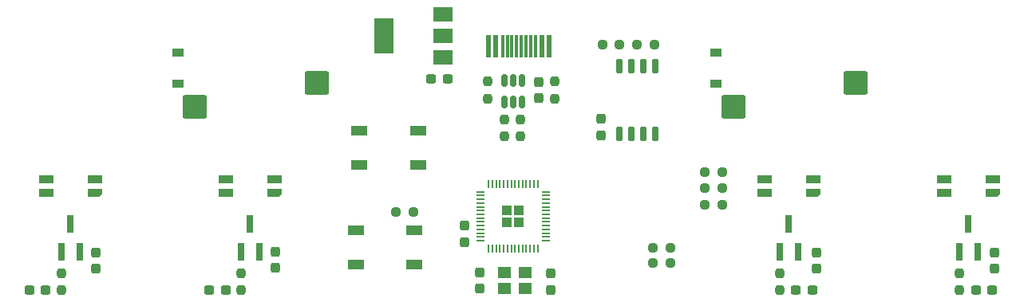
<source format=gbp>
G04 #@! TF.GenerationSoftware,KiCad,Pcbnew,(6.0.0)*
G04 #@! TF.CreationDate,2023-06-02T21:34:00-07:00*
G04 #@! TF.ProjectId,stepad,73746570-6164-42e6-9b69-6361645f7063,rev?*
G04 #@! TF.SameCoordinates,Original*
G04 #@! TF.FileFunction,Paste,Bot*
G04 #@! TF.FilePolarity,Positive*
%FSLAX46Y46*%
G04 Gerber Fmt 4.6, Leading zero omitted, Abs format (unit mm)*
G04 Created by KiCad (PCBNEW (6.0.0)) date 2023-06-02 21:34:00*
%MOMM*%
%LPD*%
G01*
G04 APERTURE LIST*
G04 Aperture macros list*
%AMRoundRect*
0 Rectangle with rounded corners*
0 $1 Rounding radius*
0 $2 $3 $4 $5 $6 $7 $8 $9 X,Y pos of 4 corners*
0 Add a 4 corners polygon primitive as box body*
4,1,4,$2,$3,$4,$5,$6,$7,$8,$9,$2,$3,0*
0 Add four circle primitives for the rounded corners*
1,1,$1+$1,$2,$3*
1,1,$1+$1,$4,$5*
1,1,$1+$1,$6,$7*
1,1,$1+$1,$8,$9*
0 Add four rect primitives between the rounded corners*
20,1,$1+$1,$2,$3,$4,$5,0*
20,1,$1+$1,$4,$5,$6,$7,0*
20,1,$1+$1,$6,$7,$8,$9,0*
20,1,$1+$1,$8,$9,$2,$3,0*%
%AMOutline5P*
0 Free polygon, 5 corners , with rotation*
0 The origin of the aperture is its center*
0 number of corners: always 5*
0 $1 to $10 corner X, Y*
0 $11 Rotation angle, in degrees counterclockwise*
0 create outline with 5 corners*
4,1,5,$1,$2,$3,$4,$5,$6,$7,$8,$9,$10,$1,$2,$11*%
%AMOutline6P*
0 Free polygon, 6 corners , with rotation*
0 The origin of the aperture is its center*
0 number of corners: always 6*
0 $1 to $12 corner X, Y*
0 $13 Rotation angle, in degrees counterclockwise*
0 create outline with 6 corners*
4,1,6,$1,$2,$3,$4,$5,$6,$7,$8,$9,$10,$11,$12,$1,$2,$13*%
%AMOutline7P*
0 Free polygon, 7 corners , with rotation*
0 The origin of the aperture is its center*
0 number of corners: always 7*
0 $1 to $14 corner X, Y*
0 $15 Rotation angle, in degrees counterclockwise*
0 create outline with 7 corners*
4,1,7,$1,$2,$3,$4,$5,$6,$7,$8,$9,$10,$11,$12,$13,$14,$1,$2,$15*%
%AMOutline8P*
0 Free polygon, 8 corners , with rotation*
0 The origin of the aperture is its center*
0 number of corners: always 8*
0 $1 to $16 corner X, Y*
0 $17 Rotation angle, in degrees counterclockwise*
0 create outline with 8 corners*
4,1,8,$1,$2,$3,$4,$5,$6,$7,$8,$9,$10,$11,$12,$13,$14,$15,$16,$1,$2,$17*%
G04 Aperture macros list end*
%ADD10RoundRect,0.200000X1.075000X1.050000X-1.075000X1.050000X-1.075000X-1.050000X1.075000X-1.050000X0*%
%ADD11RoundRect,0.237500X0.237500X-0.250000X0.237500X0.250000X-0.237500X0.250000X-0.237500X-0.250000X0*%
%ADD12RoundRect,0.237500X-0.250000X-0.237500X0.250000X-0.237500X0.250000X0.237500X-0.250000X0.237500X0*%
%ADD13R,0.800000X1.900000*%
%ADD14R,1.200000X0.900000*%
%ADD15RoundRect,0.237500X-0.237500X0.300000X-0.237500X-0.300000X0.237500X-0.300000X0.237500X0.300000X0*%
%ADD16Outline5P,-0.750000X0.180000X-0.480000X0.450000X0.750000X0.450000X0.750000X-0.450000X-0.750000X-0.450000X180.000000*%
%ADD17R,1.500000X0.900000*%
%ADD18RoundRect,0.237500X0.300000X0.237500X-0.300000X0.237500X-0.300000X-0.237500X0.300000X-0.237500X0*%
%ADD19RoundRect,0.237500X-0.237500X0.250000X-0.237500X-0.250000X0.237500X-0.250000X0.237500X0.250000X0*%
%ADD20R,0.600000X2.450000*%
%ADD21R,0.300000X2.450000*%
%ADD22RoundRect,0.237500X0.250000X0.237500X-0.250000X0.237500X-0.250000X-0.237500X0.250000X-0.237500X0*%
%ADD23RoundRect,0.237500X-0.300000X-0.237500X0.300000X-0.237500X0.300000X0.237500X-0.300000X0.237500X0*%
%ADD24RoundRect,0.150000X-0.150000X0.650000X-0.150000X-0.650000X0.150000X-0.650000X0.150000X0.650000X0*%
%ADD25R,1.400000X1.200000*%
%ADD26RoundRect,0.237500X0.237500X-0.300000X0.237500X0.300000X-0.237500X0.300000X-0.237500X-0.300000X0*%
%ADD27R,1.800000X1.100000*%
%ADD28RoundRect,0.250000X0.292217X0.292217X-0.292217X0.292217X-0.292217X-0.292217X0.292217X-0.292217X0*%
%ADD29RoundRect,0.050000X0.387500X0.050000X-0.387500X0.050000X-0.387500X-0.050000X0.387500X-0.050000X0*%
%ADD30RoundRect,0.050000X0.050000X0.387500X-0.050000X0.387500X-0.050000X-0.387500X0.050000X-0.387500X0*%
%ADD31RoundRect,0.150000X-0.150000X0.512500X-0.150000X-0.512500X0.150000X-0.512500X0.150000X0.512500X0*%
%ADD32R,2.000000X1.500000*%
%ADD33R,2.000000X3.800000*%
G04 APERTURE END LIST*
D10*
X233685000Y-55490000D03*
X220758000Y-58030000D03*
X176535000Y-55490000D03*
X163608000Y-58030000D03*
D11*
X198150000Y-61212500D03*
X198150000Y-59387500D03*
D12*
X217712500Y-65050000D03*
X219537500Y-65050000D03*
D13*
X246600000Y-73500000D03*
X244700000Y-73500000D03*
X245650000Y-70500000D03*
D14*
X161775000Y-52325000D03*
X161775000Y-55625000D03*
D12*
X184912500Y-69225000D03*
X186737500Y-69225000D03*
D15*
X192200000Y-70712500D03*
X192200000Y-72437500D03*
X229500000Y-73537500D03*
X229500000Y-75262500D03*
D16*
X172000000Y-67250000D03*
D17*
X166900000Y-67250000D03*
X166900000Y-65750000D03*
X172000000Y-65750000D03*
D16*
X248200000Y-67250000D03*
D17*
X243100000Y-67250000D03*
X243100000Y-65750000D03*
X248200000Y-65750000D03*
D18*
X166837500Y-77575000D03*
X165112500Y-77575000D03*
D14*
X218900000Y-52350000D03*
X218900000Y-55650000D03*
D19*
X196450000Y-59387500D03*
X196450000Y-61212500D03*
D12*
X217712500Y-66750000D03*
X219537500Y-66750000D03*
D20*
X194750000Y-51660000D03*
X195525000Y-51660000D03*
D21*
X196225000Y-51660000D03*
X196725000Y-51660000D03*
X197225000Y-51660000D03*
X197725000Y-51660000D03*
X198225000Y-51660000D03*
X198725000Y-51660000D03*
X199225000Y-51660000D03*
X199725000Y-51660000D03*
D20*
X200425000Y-51660000D03*
X201200000Y-51660000D03*
D13*
X227550000Y-73500000D03*
X225650000Y-73500000D03*
X226600000Y-70500000D03*
D19*
X244700000Y-75737500D03*
X244700000Y-77562500D03*
D13*
X170400000Y-73500000D03*
X168500000Y-73500000D03*
X169450000Y-70500000D03*
D22*
X219537500Y-68450000D03*
X217712500Y-68450000D03*
D23*
X227362500Y-77575000D03*
X229087500Y-77575000D03*
D22*
X212337500Y-51475000D03*
X210512500Y-51475000D03*
D19*
X225650000Y-75737500D03*
X225650000Y-77562500D03*
D15*
X206650000Y-59362500D03*
X206650000Y-61087500D03*
D24*
X208595000Y-53725000D03*
X209865000Y-53725000D03*
X211135000Y-53725000D03*
X212405000Y-53725000D03*
X212405000Y-60925000D03*
X211135000Y-60925000D03*
X209865000Y-60925000D03*
X208595000Y-60925000D03*
D25*
X196450000Y-75690000D03*
X198650000Y-75690000D03*
X198650000Y-77390000D03*
X196450000Y-77390000D03*
D19*
X168500000Y-75737500D03*
X168500000Y-77562500D03*
D26*
X193825000Y-77412500D03*
X193825000Y-75687500D03*
D23*
X246462500Y-77575000D03*
X248187500Y-77575000D03*
D19*
X149450000Y-75737500D03*
X149450000Y-77562500D03*
D27*
X181050000Y-64275000D03*
X187250000Y-60575000D03*
X181050000Y-60575000D03*
X187250000Y-64275000D03*
X186850000Y-71175000D03*
X180650000Y-74875000D03*
X186850000Y-74875000D03*
X180650000Y-71175000D03*
D15*
X248400000Y-73537500D03*
X248400000Y-75262500D03*
X153100000Y-73537500D03*
X153100000Y-75262500D03*
D11*
X201750000Y-57187500D03*
X201750000Y-55362500D03*
D18*
X147762500Y-77575000D03*
X146037500Y-77575000D03*
D22*
X214037500Y-73100000D03*
X212212500Y-73100000D03*
D19*
X194650000Y-55387500D03*
X194650000Y-57212500D03*
D16*
X152950000Y-67250000D03*
D17*
X147850000Y-67250000D03*
X147850000Y-65750000D03*
X152950000Y-65750000D03*
D22*
X208637500Y-51450000D03*
X206812500Y-51450000D03*
D26*
X200050000Y-57137500D03*
X200050000Y-55412500D03*
D22*
X214037500Y-74675000D03*
X212212500Y-74675000D03*
D23*
X188662500Y-55100000D03*
X190387500Y-55100000D03*
D28*
X196712500Y-70337500D03*
X197987500Y-70337500D03*
X197987500Y-69062500D03*
X196712500Y-69062500D03*
D29*
X200787500Y-67100000D03*
X200787500Y-67500000D03*
X200787500Y-67900000D03*
X200787500Y-68300000D03*
X200787500Y-68700000D03*
X200787500Y-69100000D03*
X200787500Y-69500000D03*
X200787500Y-69900000D03*
X200787500Y-70300000D03*
X200787500Y-70700000D03*
X200787500Y-71100000D03*
X200787500Y-71500000D03*
X200787500Y-71900000D03*
X200787500Y-72300000D03*
D30*
X199950000Y-73137500D03*
X199550000Y-73137500D03*
X199150000Y-73137500D03*
X198750000Y-73137500D03*
X198350000Y-73137500D03*
X197950000Y-73137500D03*
X197550000Y-73137500D03*
X197150000Y-73137500D03*
X196750000Y-73137500D03*
X196350000Y-73137500D03*
X195950000Y-73137500D03*
X195550000Y-73137500D03*
X195150000Y-73137500D03*
X194750000Y-73137500D03*
D29*
X193912500Y-72300000D03*
X193912500Y-71900000D03*
X193912500Y-71500000D03*
X193912500Y-71100000D03*
X193912500Y-70700000D03*
X193912500Y-70300000D03*
X193912500Y-69900000D03*
X193912500Y-69500000D03*
X193912500Y-69100000D03*
X193912500Y-68700000D03*
X193912500Y-68300000D03*
X193912500Y-67900000D03*
X193912500Y-67500000D03*
X193912500Y-67100000D03*
D30*
X194750000Y-66262500D03*
X195150000Y-66262500D03*
X195550000Y-66262500D03*
X195950000Y-66262500D03*
X196350000Y-66262500D03*
X196750000Y-66262500D03*
X197150000Y-66262500D03*
X197550000Y-66262500D03*
X197950000Y-66262500D03*
X198350000Y-66262500D03*
X198750000Y-66262500D03*
X199150000Y-66262500D03*
X199550000Y-66262500D03*
X199950000Y-66262500D03*
D16*
X229150000Y-67250000D03*
D17*
X224050000Y-67250000D03*
X224050000Y-65750000D03*
X229150000Y-65750000D03*
D13*
X151350000Y-73500000D03*
X149450000Y-73500000D03*
X150400000Y-70500000D03*
D15*
X172150000Y-73487500D03*
X172150000Y-75212500D03*
X201350000Y-75787500D03*
X201350000Y-77512500D03*
D31*
X196400000Y-55312500D03*
X197350000Y-55312500D03*
X198300000Y-55312500D03*
X198300000Y-57587500D03*
X197350000Y-57587500D03*
X196400000Y-57587500D03*
D32*
X189900000Y-48225000D03*
D33*
X183600000Y-50525000D03*
D32*
X189900000Y-50525000D03*
X189900000Y-52825000D03*
M02*

</source>
